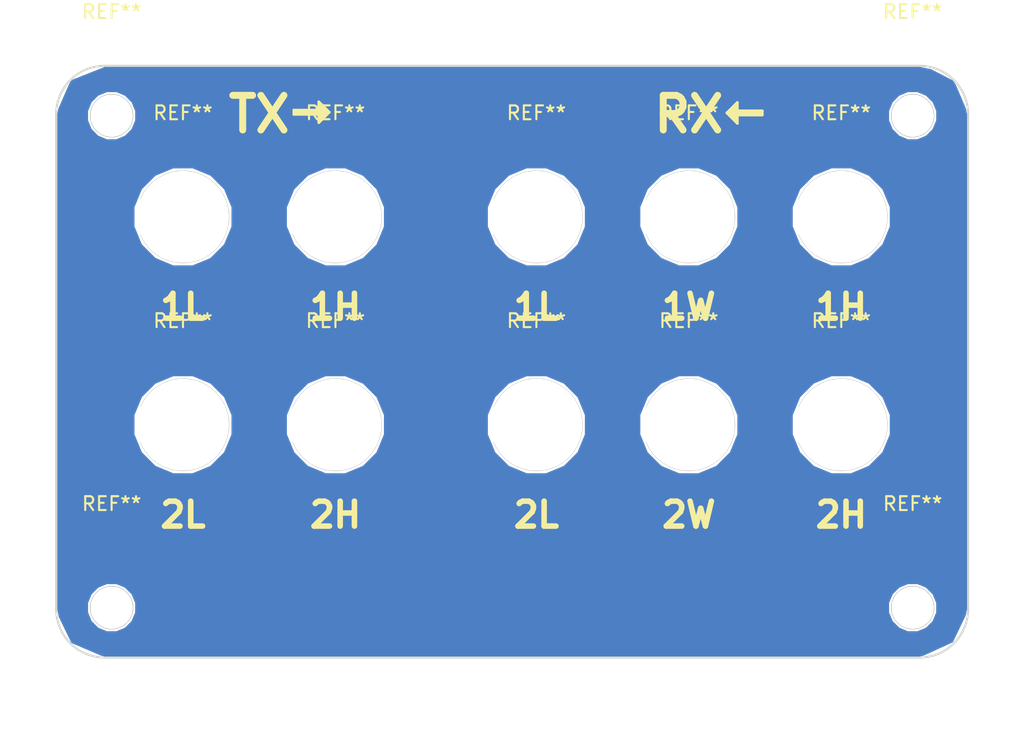
<source format=kicad_pcb>
(kicad_pcb (version 4) (host pcbnew no-bzr-kicad_new3d-viewer)

  (general
    (links 0)
    (no_connects 0)
    (area 96.746429 33.9425 170.953572 87.4925)
    (thickness 1.6)
    (drawings 48)
    (tracks 0)
    (zones 0)
    (modules 25)
    (nets 1)
  )

  (page A4)
  (layers
    (0 F.Cu signal)
    (31 B.Cu signal)
    (32 B.Adhes user)
    (33 F.Adhes user)
    (34 B.Paste user)
    (35 F.Paste user)
    (36 B.SilkS user)
    (37 F.SilkS user)
    (38 B.Mask user)
    (39 F.Mask user)
    (40 Dwgs.User user)
    (41 Cmts.User user)
    (42 Eco1.User user)
    (43 Eco2.User user)
    (44 Edge.Cuts user)
    (45 Margin user)
    (46 B.CrtYd user)
    (47 F.CrtYd user)
    (48 B.Fab user)
    (49 F.Fab user)
  )

  (setup
    (last_trace_width 0.25)
    (trace_clearance 0.2)
    (zone_clearance 0.508)
    (zone_45_only no)
    (trace_min 0.2)
    (segment_width 0.2)
    (edge_width 0.15)
    (via_size 0.6)
    (via_drill 0.4)
    (via_min_size 0.4)
    (via_min_drill 0.3)
    (uvia_size 0.3)
    (uvia_drill 0.1)
    (uvias_allowed no)
    (uvia_min_size 0.2)
    (uvia_min_drill 0.1)
    (pcb_text_width 0.3)
    (pcb_text_size 1.5 1.5)
    (mod_edge_width 0.15)
    (mod_text_size 1 1)
    (mod_text_width 0.15)
    (pad_size 3 3)
    (pad_drill 3)
    (pad_to_mask_clearance 0.2)
    (aux_axis_origin 0 0)
    (visible_elements 7FFFFFFF)
    (pcbplotparams
      (layerselection 0x00030_ffffffff)
      (usegerberextensions false)
      (excludeedgelayer true)
      (linewidth 0.100000)
      (plotframeref false)
      (viasonmask false)
      (mode 1)
      (useauxorigin false)
      (hpglpennumber 1)
      (hpglpenspeed 20)
      (hpglpendiameter 15)
      (psnegative false)
      (psa4output false)
      (plotreference true)
      (plotvalue true)
      (plotinvisibletext false)
      (padsonsilk false)
      (subtractmaskfromsilk false)
      (outputformat 1)
      (mirror false)
      (drillshape 0)
      (scaleselection 1)
      (outputdirectory ""))
  )

  (net 0 "")

  (net_class Default "This is the default net class."
    (clearance 0.2)
    (trace_width 0.25)
    (via_dia 0.6)
    (via_drill 0.4)
    (uvia_dia 0.3)
    (uvia_drill 0.1)
  )

  (module Mounting_Holes:MountingHole_6.5mm (layer F.Cu) (tedit 574497DB) (tstamp 574497EE)
    (at 162.75 42.4)
    (descr "Mounting Hole 6.5mm, no annular")
    (tags "mounting hole 6.5mm no annular")
    (fp_text reference REF** (at 0 -7.5) (layer F.SilkS)
      (effects (font (size 1 1) (thickness 0.15)))
    )
    (fp_text value MountingHole_6.5mm (at 0 7.5) (layer F.Fab)
      (effects (font (size 1 1) (thickness 0.15)))
    )
    (fp_circle (center 0 0) (end 6.5 0) (layer Cmts.User) (width 0.15))
    (fp_circle (center 0 0) (end 6.75 0) (layer F.CrtYd) (width 0.05))
    (pad "" np_thru_hole circle (at 0 0) (size 3 3) (drill 3) (layers *.Cu))
  )

  (module Mounting_Holes:MountingHole_6.5mm (layer F.Cu) (tedit 574497DB) (tstamp 574497E8)
    (at 104.95 42.4)
    (descr "Mounting Hole 6.5mm, no annular")
    (tags "mounting hole 6.5mm no annular")
    (fp_text reference REF** (at 0 -7.5) (layer F.SilkS)
      (effects (font (size 1 1) (thickness 0.15)))
    )
    (fp_text value MountingHole_6.5mm (at 0 7.5) (layer F.Fab)
      (effects (font (size 1 1) (thickness 0.15)))
    )
    (fp_circle (center 0 0) (end 6.5 0) (layer Cmts.User) (width 0.15))
    (fp_circle (center 0 0) (end 6.75 0) (layer F.CrtYd) (width 0.05))
    (pad "" np_thru_hole circle (at 0 0) (size 3 3) (drill 3) (layers *.Cu))
  )

  (module Mounting_Holes:MountingHole_6.5mm (layer F.Cu) (tedit 574497DB) (tstamp 574497E2)
    (at 104.95 77.9)
    (descr "Mounting Hole 6.5mm, no annular")
    (tags "mounting hole 6.5mm no annular")
    (fp_text reference REF** (at 0 -7.5) (layer F.SilkS)
      (effects (font (size 1 1) (thickness 0.15)))
    )
    (fp_text value MountingHole_6.5mm (at 0 7.5) (layer F.Fab)
      (effects (font (size 1 1) (thickness 0.15)))
    )
    (fp_circle (center 0 0) (end 6.5 0) (layer Cmts.User) (width 0.15))
    (fp_circle (center 0 0) (end 6.75 0) (layer F.CrtYd) (width 0.05))
    (pad "" np_thru_hole circle (at 0 0) (size 3 3) (drill 3) (layers *.Cu))
  )

  (module Mounting_Holes:MountingHole_6.5mm (layer F.Cu) (tedit 574497DB) (tstamp 574497CB)
    (at 162.75 77.9)
    (descr "Mounting Hole 6.5mm, no annular")
    (tags "mounting hole 6.5mm no annular")
    (fp_text reference REF** (at 0 -7.5) (layer F.SilkS)
      (effects (font (size 1 1) (thickness 0.15)))
    )
    (fp_text value MountingHole_6.5mm (at 0 7.5) (layer F.Fab)
      (effects (font (size 1 1) (thickness 0.15)))
    )
    (fp_circle (center 0 0) (end 6.5 0) (layer Cmts.User) (width 0.15))
    (fp_circle (center 0 0) (end 6.75 0) (layer F.CrtYd) (width 0.05))
    (pad "" np_thru_hole circle (at 0 0) (size 3 3) (drill 3) (layers *.Cu))
  )

  (module Mounting_Holes:MountingHole_6.5mm (layer F.Cu) (tedit 57449735) (tstamp 5744977B)
    (at 135.6 64.7)
    (descr "Mounting Hole 6.5mm, no annular")
    (tags "mounting hole 6.5mm no annular")
    (fp_text reference REF** (at 0 -7.5) (layer F.SilkS)
      (effects (font (size 1 1) (thickness 0.15)))
    )
    (fp_text value MountingHole_6.5mm (at 0 7.5) (layer F.Fab)
      (effects (font (size 1 1) (thickness 0.15)))
    )
    (fp_circle (center 0 0) (end 6.5 0) (layer Cmts.User) (width 0.15))
    (fp_circle (center 0 0) (end 6.75 0) (layer F.CrtYd) (width 0.05))
    (pad "" np_thru_hole circle (at 0 0) (size 6.6 6.6) (drill 6.6) (layers *.Cu))
  )

  (module Mounting_Holes:MountingHole_6.5mm (layer F.Cu) (tedit 57449735) (tstamp 57449775)
    (at 146.6 64.7)
    (descr "Mounting Hole 6.5mm, no annular")
    (tags "mounting hole 6.5mm no annular")
    (fp_text reference REF** (at 0 -7.5) (layer F.SilkS)
      (effects (font (size 1 1) (thickness 0.15)))
    )
    (fp_text value MountingHole_6.5mm (at 0 7.5) (layer F.Fab)
      (effects (font (size 1 1) (thickness 0.15)))
    )
    (fp_circle (center 0 0) (end 6.5 0) (layer Cmts.User) (width 0.15))
    (fp_circle (center 0 0) (end 6.75 0) (layer F.CrtYd) (width 0.05))
    (pad "" np_thru_hole circle (at 0 0) (size 6.6 6.6) (drill 6.6) (layers *.Cu))
  )

  (module Mounting_Holes:MountingHole_6.5mm (layer F.Cu) (tedit 57449735) (tstamp 5744976F)
    (at 157.6 64.7)
    (descr "Mounting Hole 6.5mm, no annular")
    (tags "mounting hole 6.5mm no annular")
    (fp_text reference REF** (at 0 -7.5) (layer F.SilkS)
      (effects (font (size 1 1) (thickness 0.15)))
    )
    (fp_text value MountingHole_6.5mm (at 0 7.5) (layer F.Fab)
      (effects (font (size 1 1) (thickness 0.15)))
    )
    (fp_circle (center 0 0) (end 6.5 0) (layer Cmts.User) (width 0.15))
    (fp_circle (center 0 0) (end 6.75 0) (layer F.CrtYd) (width 0.05))
    (pad "" np_thru_hole circle (at 0 0) (size 6.6 6.6) (drill 6.6) (layers *.Cu))
  )

  (module Mounting_Holes:MountingHole_6.5mm (layer F.Cu) (tedit 57449735) (tstamp 57449769)
    (at 157.6 49.7)
    (descr "Mounting Hole 6.5mm, no annular")
    (tags "mounting hole 6.5mm no annular")
    (fp_text reference REF** (at 0 -7.5) (layer F.SilkS)
      (effects (font (size 1 1) (thickness 0.15)))
    )
    (fp_text value MountingHole_6.5mm (at 0 7.5) (layer F.Fab)
      (effects (font (size 1 1) (thickness 0.15)))
    )
    (fp_circle (center 0 0) (end 6.5 0) (layer Cmts.User) (width 0.15))
    (fp_circle (center 0 0) (end 6.75 0) (layer F.CrtYd) (width 0.05))
    (pad "" np_thru_hole circle (at 0 0) (size 6.6 6.6) (drill 6.6) (layers *.Cu))
  )

  (module Mounting_Holes:MountingHole_6.5mm (layer F.Cu) (tedit 57449735) (tstamp 57449763)
    (at 146.6 49.7)
    (descr "Mounting Hole 6.5mm, no annular")
    (tags "mounting hole 6.5mm no annular")
    (fp_text reference REF** (at 0 -7.5) (layer F.SilkS)
      (effects (font (size 1 1) (thickness 0.15)))
    )
    (fp_text value MountingHole_6.5mm (at 0 7.5) (layer F.Fab)
      (effects (font (size 1 1) (thickness 0.15)))
    )
    (fp_circle (center 0 0) (end 6.5 0) (layer Cmts.User) (width 0.15))
    (fp_circle (center 0 0) (end 6.75 0) (layer F.CrtYd) (width 0.05))
    (pad "" np_thru_hole circle (at 0 0) (size 6.6 6.6) (drill 6.6) (layers *.Cu))
  )

  (module Mounting_Holes:MountingHole_6.5mm (layer F.Cu) (tedit 57449735) (tstamp 5744975D)
    (at 135.6 49.7)
    (descr "Mounting Hole 6.5mm, no annular")
    (tags "mounting hole 6.5mm no annular")
    (fp_text reference REF** (at 0 -7.5) (layer F.SilkS)
      (effects (font (size 1 1) (thickness 0.15)))
    )
    (fp_text value MountingHole_6.5mm (at 0 7.5) (layer F.Fab)
      (effects (font (size 1 1) (thickness 0.15)))
    )
    (fp_circle (center 0 0) (end 6.5 0) (layer Cmts.User) (width 0.15))
    (fp_circle (center 0 0) (end 6.75 0) (layer F.CrtYd) (width 0.05))
    (pad "" np_thru_hole circle (at 0 0) (size 6.6 6.6) (drill 6.6) (layers *.Cu))
  )

  (module Mounting_Holes:MountingHole_6.5mm (layer F.Cu) (tedit 57449735) (tstamp 57449754)
    (at 121.1 64.7)
    (descr "Mounting Hole 6.5mm, no annular")
    (tags "mounting hole 6.5mm no annular")
    (fp_text reference REF** (at 0 -7.5) (layer F.SilkS)
      (effects (font (size 1 1) (thickness 0.15)))
    )
    (fp_text value MountingHole_6.5mm (at 0 7.5) (layer F.Fab)
      (effects (font (size 1 1) (thickness 0.15)))
    )
    (fp_circle (center 0 0) (end 6.5 0) (layer Cmts.User) (width 0.15))
    (fp_circle (center 0 0) (end 6.75 0) (layer F.CrtYd) (width 0.05))
    (pad "" np_thru_hole circle (at 0 0) (size 6.6 6.6) (drill 6.6) (layers *.Cu))
  )

  (module Mounting_Holes:MountingHole_6.5mm (layer F.Cu) (tedit 57449735) (tstamp 5744974D)
    (at 110.1 64.7)
    (descr "Mounting Hole 6.5mm, no annular")
    (tags "mounting hole 6.5mm no annular")
    (fp_text reference REF** (at 0 -7.5) (layer F.SilkS)
      (effects (font (size 1 1) (thickness 0.15)))
    )
    (fp_text value MountingHole_6.5mm (at 0 7.5) (layer F.Fab)
      (effects (font (size 1 1) (thickness 0.15)))
    )
    (fp_circle (center 0 0) (end 6.5 0) (layer Cmts.User) (width 0.15))
    (fp_circle (center 0 0) (end 6.75 0) (layer F.CrtYd) (width 0.05))
    (pad "" np_thru_hole circle (at 0 0) (size 6.6 6.6) (drill 6.6) (layers *.Cu))
  )

  (module Mounting_Holes:MountingHole_6.5mm (layer F.Cu) (tedit 57449735) (tstamp 5744973F)
    (at 121.1 49.7)
    (descr "Mounting Hole 6.5mm, no annular")
    (tags "mounting hole 6.5mm no annular")
    (fp_text reference REF** (at 0 -7.5) (layer F.SilkS)
      (effects (font (size 1 1) (thickness 0.15)))
    )
    (fp_text value MountingHole_6.5mm (at 0 7.5) (layer F.Fab)
      (effects (font (size 1 1) (thickness 0.15)))
    )
    (fp_circle (center 0 0) (end 6.5 0) (layer Cmts.User) (width 0.15))
    (fp_circle (center 0 0) (end 6.75 0) (layer F.CrtYd) (width 0.05))
    (pad "" np_thru_hole circle (at 0 0) (size 6.6 6.6) (drill 6.6) (layers *.Cu))
  )

  (module Ohišja:1 locked (layer F.Cu) (tedit 57338AA8) (tstamp 5733AE17)
    (at 100.95 81.5)
    (fp_text reference REF** (at 0 4.9) (layer Dwgs.User)
      (effects (font (size 1 1) (thickness 0.15)))
    )
    (fp_text value 1 (at 0 2.8) (layer F.Fab)
      (effects (font (size 1 1) (thickness 0.15)))
    )
    (fp_line (start 4.5 -9.6) (end 3 -8.7) (layer Dwgs.User) (width 0.15))
    (fp_line (start 4.5 -7.9) (end 4.5 -9.6) (layer Dwgs.User) (width 0.15))
    (fp_line (start 61.3 -9.6) (end 62.8 -8.7) (layer Dwgs.User) (width 0.15))
    (fp_line (start 61.3 -7.9) (end 61.3 -9.6) (layer Dwgs.User) (width 0.15))
    (fp_line (start 57 -3) (end 57 -1.8) (layer Dwgs.User) (width 0.15))
    (fp_line (start 58 -3) (end 57 -3) (layer Dwgs.User) (width 0.15))
    (fp_line (start 58 -1.8) (end 58 -3) (layer Dwgs.User) (width 0.15))
    (fp_line (start 60 -1.8) (end 60 -3.3) (layer Dwgs.User) (width 0.15))
    (fp_line (start 3 -7.9) (end 4.5 -7.9) (layer Dwgs.User) (width 0.15))
    (fp_line (start 3 -5.8) (end 4.5 -5.8) (layer Dwgs.User) (width 0.15))
    (fp_circle (center 4 -3.6) (end 5.5 -3.6) (layer Dwgs.User) (width 0.15))
    (fp_line (start 3 -1.8) (end 62.8 -1.8) (layer Dwgs.User) (width 0.15))
    (fp_line (start 62.8 -1.8) (end 62.8 -40.9) (layer Dwgs.User) (width 0.15))
    (fp_line (start 3 -40.9) (end 3 -1.8) (layer Dwgs.User) (width 0.15))
    (fp_arc (start 3.5 -39.2) (end 0 -39.2) (angle 90) (layer Dwgs.User) (width 0.15))
    (fp_arc (start 62.3 -3.5) (end 65.8 -3.5) (angle 90) (layer Dwgs.User) (width 0.15))
    (fp_arc (start 3.5 -3.5) (end 3.5 0) (angle 90) (layer Dwgs.User) (width 0.15))
    (fp_arc (start 62.3 -39.2) (end 62.3 -42.7) (angle 90) (layer Dwgs.User) (width 0.15))
    (fp_line (start 65.8 -39.2) (end 65.8 -3.5) (layer Dwgs.User) (width 0.15))
    (fp_line (start 62.3 0) (end 3.5 0) (layer Dwgs.User) (width 0.15))
    (fp_line (start 0 -3.5) (end 0 -39.2) (layer Dwgs.User) (width 0.15))
    (fp_line (start 3.5 -42.7) (end 62.3 -42.7) (layer Dwgs.User) (width 0.15))
    (fp_circle (center 61.8 -3.6) (end 63.3 -3.6) (layer Dwgs.User) (width 0.15))
    (fp_line (start 3.8 -3.8) (end 4.2 -3.4) (layer Dwgs.User) (width 0.15))
    (fp_line (start 61.6 -3.8) (end 62 -3.4) (layer Dwgs.User) (width 0.15))
    (fp_line (start 62 -3.8) (end 61.6 -3.4) (layer Dwgs.User) (width 0.15))
    (fp_line (start 4.2 -3.8) (end 3.8 -3.4) (layer Dwgs.User) (width 0.15))
    (fp_line (start 3.3 -3.7) (end 3.7 -3.3) (layer Dwgs.User) (width 0.15))
    (fp_line (start 3.7 -3.7) (end 3.3 -3.3) (layer Dwgs.User) (width 0.15))
    (fp_line (start 62.5 -3.7) (end 62.1 -3.3) (layer Dwgs.User) (width 0.15))
    (fp_line (start 62.1 -3.7) (end 62.5 -3.3) (layer Dwgs.User) (width 0.15))
    (fp_line (start 61.3 -5.8) (end 62.8 -5.8) (layer Dwgs.User) (width 0.15))
    (fp_line (start 61.3 -7.9) (end 62.8 -7.9) (layer Dwgs.User) (width 0.15))
    (fp_line (start 5.8 -1.8) (end 5.8 -3.3) (layer Dwgs.User) (width 0.15))
    (fp_line (start 7.8 -1.8) (end 7.8 -3) (layer Dwgs.User) (width 0.15))
    (fp_line (start 7.8 -3) (end 8.8 -3) (layer Dwgs.User) (width 0.15))
    (fp_line (start 8.8 -3) (end 8.8 -1.8) (layer Dwgs.User) (width 0.15))
    (fp_line (start 3.8 -38.9) (end 4.2 -39.3) (layer Dwgs.User) (width 0.15))
    (fp_line (start 4.2 -38.9) (end 3.8 -39.3) (layer Dwgs.User) (width 0.15))
    (fp_line (start 4.5 -36.9) (end 3 -36.9) (layer Dwgs.User) (width 0.15))
    (fp_line (start 4.5 -33.1) (end 3 -34) (layer Dwgs.User) (width 0.15))
    (fp_line (start 4.5 -34.8) (end 3 -34.8) (layer Dwgs.User) (width 0.15))
    (fp_line (start 4.5 -34.8) (end 4.5 -33.1) (layer Dwgs.User) (width 0.15))
    (fp_circle (center 61.8 -39.1) (end 60.3 -39.1) (layer Dwgs.User) (width 0.15))
    (fp_line (start 62.8 -40.9) (end 3 -40.9) (layer Dwgs.User) (width 0.15))
    (fp_line (start 3.3 -39) (end 3.7 -39.4) (layer Dwgs.User) (width 0.15))
    (fp_line (start 5.8 -40.9) (end 5.8 -39.4) (layer Dwgs.User) (width 0.15))
    (fp_line (start 8.8 -39.7) (end 8.8 -40.9) (layer Dwgs.User) (width 0.15))
    (fp_line (start 7.8 -40.9) (end 7.8 -39.7) (layer Dwgs.User) (width 0.15))
    (fp_line (start 7.8 -39.7) (end 8.8 -39.7) (layer Dwgs.User) (width 0.15))
    (fp_line (start 3.7 -39) (end 3.3 -39.4) (layer Dwgs.User) (width 0.15))
    (fp_circle (center 4 -39.1) (end 2.5 -39.1) (layer Dwgs.User) (width 0.15))
    (fp_line (start 62.8 -34.8) (end 61.3 -34.8) (layer Dwgs.User) (width 0.15))
    (fp_line (start 61.3 -33.1) (end 62.8 -34) (layer Dwgs.User) (width 0.15))
    (fp_line (start 61.3 -34.8) (end 61.3 -33.1) (layer Dwgs.User) (width 0.15))
    (fp_line (start 62.8 -36.9) (end 61.3 -36.9) (layer Dwgs.User) (width 0.15))
    (fp_line (start 62.1 -39) (end 62.5 -39.4) (layer Dwgs.User) (width 0.15))
    (fp_line (start 62.5 -39) (end 62.1 -39.4) (layer Dwgs.User) (width 0.15))
    (fp_line (start 61.6 -38.9) (end 62 -39.3) (layer Dwgs.User) (width 0.15))
    (fp_line (start 62 -38.9) (end 61.6 -39.3) (layer Dwgs.User) (width 0.15))
    (fp_line (start 58 -40.9) (end 58 -39.7) (layer Dwgs.User) (width 0.15))
    (fp_line (start 60 -40.9) (end 60 -39.4) (layer Dwgs.User) (width 0.15))
    (fp_line (start 57 -39.7) (end 57 -40.9) (layer Dwgs.User) (width 0.15))
    (fp_line (start 58 -39.7) (end 57 -39.7) (layer Dwgs.User) (width 0.15))
  )

  (module Ohisja:2 (layer F.Cu) (tedit 57339325) (tstamp 5733B0A0)
    (at 157.6 49.7)
    (fp_text reference REF** (at 0 7.7) (layer Dwgs.User)
      (effects (font (size 1 1) (thickness 0.15)))
    )
    (fp_text value 2 (at 0 6.7) (layer F.Fab)
      (effects (font (size 1 1) (thickness 0.15)))
    )
    (fp_arc (start 0 0) (end -3 -1.3) (angle 313.1426144) (layer Edge.Cuts) (width 0.15))
    (fp_line (start -3 -1.3) (end -3 1.3) (layer Edge.Cuts) (width 0.15))
    (fp_circle (center 0 0) (end 7.5 0) (layer Dwgs.User) (width 0.15))
    (fp_line (start 0.2 0.2) (end -0.2 -0.2) (layer Dwgs.User) (width 0.15))
    (fp_line (start -0.2 0.2) (end 0.2 -0.2) (layer Dwgs.User) (width 0.15))
    (fp_line (start 4 2.1) (end 4 -2.1) (layer Dwgs.User) (width 0.15))
    (fp_line (start 0 4.5) (end 4 2.1) (layer Dwgs.User) (width 0.15))
    (fp_line (start -4 2.1) (end 0 4.5) (layer Dwgs.User) (width 0.15))
    (fp_line (start -4 -2.1) (end -4 2.1) (layer Dwgs.User) (width 0.15))
    (fp_line (start 0 -4.5) (end -4 -2.1) (layer Dwgs.User) (width 0.15))
    (fp_line (start 4 -2.1) (end 0 -4.5) (layer Dwgs.User) (width 0.15))
    (fp_circle (center 0 0) (end 4.5 0) (layer Dwgs.User) (width 0.15))
    (fp_circle (center 0 0) (end 3.25 0) (layer Dwgs.User) (width 0.15))
    (model D:/Dropbox/Projekti/Ohisja/sma.wrl
      (at (xyz 0 -0.02559055118110237 -0.1377952755905512))
      (scale (xyz 0.3937 0.3937 0.3937))
      (rotate (xyz 0 0 0))
    )
  )

  (module Ohisja:2 (layer F.Cu) (tedit 57339325) (tstamp 5733B91E)
    (at 135.6 64.7)
    (fp_text reference REF** (at 0 7.7) (layer Dwgs.User)
      (effects (font (size 1 1) (thickness 0.15)))
    )
    (fp_text value 2 (at 0 6.7) (layer F.Fab)
      (effects (font (size 1 1) (thickness 0.15)))
    )
    (fp_arc (start 0 0) (end -3 -1.3) (angle 313.1426144) (layer Edge.Cuts) (width 0.15))
    (fp_line (start -3 -1.3) (end -3 1.3) (layer Edge.Cuts) (width 0.15))
    (fp_circle (center 0 0) (end 7.5 0) (layer Dwgs.User) (width 0.15))
    (fp_line (start 0.2 0.2) (end -0.2 -0.2) (layer Dwgs.User) (width 0.15))
    (fp_line (start -0.2 0.2) (end 0.2 -0.2) (layer Dwgs.User) (width 0.15))
    (fp_line (start 4 2.1) (end 4 -2.1) (layer Dwgs.User) (width 0.15))
    (fp_line (start 0 4.5) (end 4 2.1) (layer Dwgs.User) (width 0.15))
    (fp_line (start -4 2.1) (end 0 4.5) (layer Dwgs.User) (width 0.15))
    (fp_line (start -4 -2.1) (end -4 2.1) (layer Dwgs.User) (width 0.15))
    (fp_line (start 0 -4.5) (end -4 -2.1) (layer Dwgs.User) (width 0.15))
    (fp_line (start 4 -2.1) (end 0 -4.5) (layer Dwgs.User) (width 0.15))
    (fp_circle (center 0 0) (end 4.5 0) (layer Dwgs.User) (width 0.15))
    (fp_circle (center 0 0) (end 3.25 0) (layer Dwgs.User) (width 0.15))
    (model D:/Dropbox/Projekti/Ohisja/sma.wrl
      (at (xyz 0 -0.02559055118110237 -0.1377952755905512))
      (scale (xyz 0.3937 0.3937 0.3937))
      (rotate (xyz 0 0 0))
    )
  )

  (module Ohisja:2 (layer F.Cu) (tedit 57339325) (tstamp 5733B910)
    (at 146.6 64.7)
    (fp_text reference REF** (at 0 7.7) (layer Dwgs.User)
      (effects (font (size 1 1) (thickness 0.15)))
    )
    (fp_text value 2 (at 0 6.7) (layer F.Fab)
      (effects (font (size 1 1) (thickness 0.15)))
    )
    (fp_arc (start 0 0) (end -3 -1.3) (angle 313.1426144) (layer Edge.Cuts) (width 0.15))
    (fp_line (start -3 -1.3) (end -3 1.3) (layer Edge.Cuts) (width 0.15))
    (fp_circle (center 0 0) (end 7.5 0) (layer Dwgs.User) (width 0.15))
    (fp_line (start 0.2 0.2) (end -0.2 -0.2) (layer Dwgs.User) (width 0.15))
    (fp_line (start -0.2 0.2) (end 0.2 -0.2) (layer Dwgs.User) (width 0.15))
    (fp_line (start 4 2.1) (end 4 -2.1) (layer Dwgs.User) (width 0.15))
    (fp_line (start 0 4.5) (end 4 2.1) (layer Dwgs.User) (width 0.15))
    (fp_line (start -4 2.1) (end 0 4.5) (layer Dwgs.User) (width 0.15))
    (fp_line (start -4 -2.1) (end -4 2.1) (layer Dwgs.User) (width 0.15))
    (fp_line (start 0 -4.5) (end -4 -2.1) (layer Dwgs.User) (width 0.15))
    (fp_line (start 4 -2.1) (end 0 -4.5) (layer Dwgs.User) (width 0.15))
    (fp_circle (center 0 0) (end 4.5 0) (layer Dwgs.User) (width 0.15))
    (fp_circle (center 0 0) (end 3.25 0) (layer Dwgs.User) (width 0.15))
    (model D:/Dropbox/Projekti/Ohisja/sma.wrl
      (at (xyz 0 -0.02559055118110237 -0.1377952755905512))
      (scale (xyz 0.3937 0.3937 0.3937))
      (rotate (xyz 0 0 0))
    )
  )

  (module Ohisja:2 (layer F.Cu) (tedit 57339325) (tstamp 5733B902)
    (at 157.6 64.7)
    (fp_text reference REF** (at 0 7.7) (layer Dwgs.User)
      (effects (font (size 1 1) (thickness 0.15)))
    )
    (fp_text value 2 (at 0 6.7) (layer F.Fab)
      (effects (font (size 1 1) (thickness 0.15)))
    )
    (fp_arc (start 0 0) (end -3 -1.3) (angle 313.1426144) (layer Edge.Cuts) (width 0.15))
    (fp_line (start -3 -1.3) (end -3 1.3) (layer Edge.Cuts) (width 0.15))
    (fp_circle (center 0 0) (end 7.5 0) (layer Dwgs.User) (width 0.15))
    (fp_line (start 0.2 0.2) (end -0.2 -0.2) (layer Dwgs.User) (width 0.15))
    (fp_line (start -0.2 0.2) (end 0.2 -0.2) (layer Dwgs.User) (width 0.15))
    (fp_line (start 4 2.1) (end 4 -2.1) (layer Dwgs.User) (width 0.15))
    (fp_line (start 0 4.5) (end 4 2.1) (layer Dwgs.User) (width 0.15))
    (fp_line (start -4 2.1) (end 0 4.5) (layer Dwgs.User) (width 0.15))
    (fp_line (start -4 -2.1) (end -4 2.1) (layer Dwgs.User) (width 0.15))
    (fp_line (start 0 -4.5) (end -4 -2.1) (layer Dwgs.User) (width 0.15))
    (fp_line (start 4 -2.1) (end 0 -4.5) (layer Dwgs.User) (width 0.15))
    (fp_circle (center 0 0) (end 4.5 0) (layer Dwgs.User) (width 0.15))
    (fp_circle (center 0 0) (end 3.25 0) (layer Dwgs.User) (width 0.15))
    (model D:/Dropbox/Projekti/Ohisja/sma.wrl
      (at (xyz 0 -0.02559055118110237 -0.1377952755905512))
      (scale (xyz 0.3937 0.3937 0.3937))
      (rotate (xyz 0 0 0))
    )
  )

  (module Ohisja:2 (layer F.Cu) (tedit 57339325) (tstamp 5733B8F4)
    (at 135.6 49.7)
    (fp_text reference REF** (at 0 7.7) (layer Dwgs.User)
      (effects (font (size 1 1) (thickness 0.15)))
    )
    (fp_text value 2 (at 0 6.7) (layer F.Fab)
      (effects (font (size 1 1) (thickness 0.15)))
    )
    (fp_arc (start 0 0) (end -3 -1.3) (angle 313.1426144) (layer Edge.Cuts) (width 0.15))
    (fp_line (start -3 -1.3) (end -3 1.3) (layer Edge.Cuts) (width 0.15))
    (fp_circle (center 0 0) (end 7.5 0) (layer Dwgs.User) (width 0.15))
    (fp_line (start 0.2 0.2) (end -0.2 -0.2) (layer Dwgs.User) (width 0.15))
    (fp_line (start -0.2 0.2) (end 0.2 -0.2) (layer Dwgs.User) (width 0.15))
    (fp_line (start 4 2.1) (end 4 -2.1) (layer Dwgs.User) (width 0.15))
    (fp_line (start 0 4.5) (end 4 2.1) (layer Dwgs.User) (width 0.15))
    (fp_line (start -4 2.1) (end 0 4.5) (layer Dwgs.User) (width 0.15))
    (fp_line (start -4 -2.1) (end -4 2.1) (layer Dwgs.User) (width 0.15))
    (fp_line (start 0 -4.5) (end -4 -2.1) (layer Dwgs.User) (width 0.15))
    (fp_line (start 4 -2.1) (end 0 -4.5) (layer Dwgs.User) (width 0.15))
    (fp_circle (center 0 0) (end 4.5 0) (layer Dwgs.User) (width 0.15))
    (fp_circle (center 0 0) (end 3.25 0) (layer Dwgs.User) (width 0.15))
    (model D:/Dropbox/Projekti/Ohisja/sma.wrl
      (at (xyz 0 -0.02559055118110237 -0.1377952755905512))
      (scale (xyz 0.3937 0.3937 0.3937))
      (rotate (xyz 0 0 0))
    )
  )

  (module Ohisja:2 (layer F.Cu) (tedit 57339325) (tstamp 5733B8E6)
    (at 146.6 49.7)
    (fp_text reference REF** (at 0 7.7) (layer Dwgs.User)
      (effects (font (size 1 1) (thickness 0.15)))
    )
    (fp_text value 2 (at 0 6.7) (layer F.Fab)
      (effects (font (size 1 1) (thickness 0.15)))
    )
    (fp_arc (start 0 0) (end -3 -1.3) (angle 313.1426144) (layer Edge.Cuts) (width 0.15))
    (fp_line (start -3 -1.3) (end -3 1.3) (layer Edge.Cuts) (width 0.15))
    (fp_circle (center 0 0) (end 7.5 0) (layer Dwgs.User) (width 0.15))
    (fp_line (start 0.2 0.2) (end -0.2 -0.2) (layer Dwgs.User) (width 0.15))
    (fp_line (start -0.2 0.2) (end 0.2 -0.2) (layer Dwgs.User) (width 0.15))
    (fp_line (start 4 2.1) (end 4 -2.1) (layer Dwgs.User) (width 0.15))
    (fp_line (start 0 4.5) (end 4 2.1) (layer Dwgs.User) (width 0.15))
    (fp_line (start -4 2.1) (end 0 4.5) (layer Dwgs.User) (width 0.15))
    (fp_line (start -4 -2.1) (end -4 2.1) (layer Dwgs.User) (width 0.15))
    (fp_line (start 0 -4.5) (end -4 -2.1) (layer Dwgs.User) (width 0.15))
    (fp_line (start 4 -2.1) (end 0 -4.5) (layer Dwgs.User) (width 0.15))
    (fp_circle (center 0 0) (end 4.5 0) (layer Dwgs.User) (width 0.15))
    (fp_circle (center 0 0) (end 3.25 0) (layer Dwgs.User) (width 0.15))
    (model D:/Dropbox/Projekti/Ohisja/sma.wrl
      (at (xyz 0 -0.02559055118110237 -0.1377952755905512))
      (scale (xyz 0.3937 0.3937 0.3937))
      (rotate (xyz 0 0 0))
    )
  )

  (module Ohisja:2 (layer F.Cu) (tedit 57339325) (tstamp 5733B8C7)
    (at 121.1 64.7)
    (fp_text reference REF** (at 0 7.7) (layer Dwgs.User)
      (effects (font (size 1 1) (thickness 0.15)))
    )
    (fp_text value 2 (at 0 6.7) (layer F.Fab)
      (effects (font (size 1 1) (thickness 0.15)))
    )
    (fp_arc (start 0 0) (end -3 -1.3) (angle 313.1426144) (layer Edge.Cuts) (width 0.15))
    (fp_line (start -3 -1.3) (end -3 1.3) (layer Edge.Cuts) (width 0.15))
    (fp_circle (center 0 0) (end 7.5 0) (layer Dwgs.User) (width 0.15))
    (fp_line (start 0.2 0.2) (end -0.2 -0.2) (layer Dwgs.User) (width 0.15))
    (fp_line (start -0.2 0.2) (end 0.2 -0.2) (layer Dwgs.User) (width 0.15))
    (fp_line (start 4 2.1) (end 4 -2.1) (layer Dwgs.User) (width 0.15))
    (fp_line (start 0 4.5) (end 4 2.1) (layer Dwgs.User) (width 0.15))
    (fp_line (start -4 2.1) (end 0 4.5) (layer Dwgs.User) (width 0.15))
    (fp_line (start -4 -2.1) (end -4 2.1) (layer Dwgs.User) (width 0.15))
    (fp_line (start 0 -4.5) (end -4 -2.1) (layer Dwgs.User) (width 0.15))
    (fp_line (start 4 -2.1) (end 0 -4.5) (layer Dwgs.User) (width 0.15))
    (fp_circle (center 0 0) (end 4.5 0) (layer Dwgs.User) (width 0.15))
    (fp_circle (center 0 0) (end 3.25 0) (layer Dwgs.User) (width 0.15))
    (model D:/Dropbox/Projekti/Ohisja/sma.wrl
      (at (xyz 0 -0.02559055118110237 -0.1377952755905512))
      (scale (xyz 0.3937 0.3937 0.3937))
      (rotate (xyz 0 0 0))
    )
  )

  (module Ohisja:2 (layer F.Cu) (tedit 57339325) (tstamp 5733B8B9)
    (at 110.1 64.7)
    (fp_text reference REF** (at 0 7.7) (layer Dwgs.User)
      (effects (font (size 1 1) (thickness 0.15)))
    )
    (fp_text value 2 (at 0 6.7) (layer F.Fab)
      (effects (font (size 1 1) (thickness 0.15)))
    )
    (fp_arc (start 0 0) (end -3 -1.3) (angle 313.1426144) (layer Edge.Cuts) (width 0.15))
    (fp_line (start -3 -1.3) (end -3 1.3) (layer Edge.Cuts) (width 0.15))
    (fp_circle (center 0 0) (end 7.5 0) (layer Dwgs.User) (width 0.15))
    (fp_line (start 0.2 0.2) (end -0.2 -0.2) (layer Dwgs.User) (width 0.15))
    (fp_line (start -0.2 0.2) (end 0.2 -0.2) (layer Dwgs.User) (width 0.15))
    (fp_line (start 4 2.1) (end 4 -2.1) (layer Dwgs.User) (width 0.15))
    (fp_line (start 0 4.5) (end 4 2.1) (layer Dwgs.User) (width 0.15))
    (fp_line (start -4 2.1) (end 0 4.5) (layer Dwgs.User) (width 0.15))
    (fp_line (start -4 -2.1) (end -4 2.1) (layer Dwgs.User) (width 0.15))
    (fp_line (start 0 -4.5) (end -4 -2.1) (layer Dwgs.User) (width 0.15))
    (fp_line (start 4 -2.1) (end 0 -4.5) (layer Dwgs.User) (width 0.15))
    (fp_circle (center 0 0) (end 4.5 0) (layer Dwgs.User) (width 0.15))
    (fp_circle (center 0 0) (end 3.25 0) (layer Dwgs.User) (width 0.15))
    (model D:/Dropbox/Projekti/Ohisja/sma.wrl
      (at (xyz 0 -0.02559055118110237 -0.1377952755905512))
      (scale (xyz 0.3937 0.3937 0.3937))
      (rotate (xyz 0 0 0))
    )
  )

  (module Ohisja:2 (layer F.Cu) (tedit 57339325) (tstamp 5733B8AB)
    (at 121.1 49.7)
    (fp_text reference REF** (at 0 7.7) (layer Dwgs.User)
      (effects (font (size 1 1) (thickness 0.15)))
    )
    (fp_text value 2 (at 0 6.7) (layer F.Fab)
      (effects (font (size 1 1) (thickness 0.15)))
    )
    (fp_arc (start 0 0) (end -3 -1.3) (angle 313.1426144) (layer Edge.Cuts) (width 0.15))
    (fp_line (start -3 -1.3) (end -3 1.3) (layer Edge.Cuts) (width 0.15))
    (fp_circle (center 0 0) (end 7.5 0) (layer Dwgs.User) (width 0.15))
    (fp_line (start 0.2 0.2) (end -0.2 -0.2) (layer Dwgs.User) (width 0.15))
    (fp_line (start -0.2 0.2) (end 0.2 -0.2) (layer Dwgs.User) (width 0.15))
    (fp_line (start 4 2.1) (end 4 -2.1) (layer Dwgs.User) (width 0.15))
    (fp_line (start 0 4.5) (end 4 2.1) (layer Dwgs.User) (width 0.15))
    (fp_line (start -4 2.1) (end 0 4.5) (layer Dwgs.User) (width 0.15))
    (fp_line (start -4 -2.1) (end -4 2.1) (layer Dwgs.User) (width 0.15))
    (fp_line (start 0 -4.5) (end -4 -2.1) (layer Dwgs.User) (width 0.15))
    (fp_line (start 4 -2.1) (end 0 -4.5) (layer Dwgs.User) (width 0.15))
    (fp_circle (center 0 0) (end 4.5 0) (layer Dwgs.User) (width 0.15))
    (fp_circle (center 0 0) (end 3.25 0) (layer Dwgs.User) (width 0.15))
    (model D:/Dropbox/Projekti/Ohisja/sma.wrl
      (at (xyz 0 -0.02559055118110237 -0.1377952755905512))
      (scale (xyz 0.3937 0.3937 0.3937))
      (rotate (xyz 0 0 0))
    )
  )

  (module Ohisja:2 (layer F.Cu) (tedit 57339325) (tstamp 5733B72C)
    (at 110.1 49.7)
    (fp_text reference REF** (at 0 7.7) (layer Dwgs.User)
      (effects (font (size 1 1) (thickness 0.15)))
    )
    (fp_text value 2 (at 0 6.7) (layer F.Fab)
      (effects (font (size 1 1) (thickness 0.15)))
    )
    (fp_arc (start 0 0) (end -3 -1.3) (angle 313.1426144) (layer Edge.Cuts) (width 0.15))
    (fp_line (start -3 -1.3) (end -3 1.3) (layer Edge.Cuts) (width 0.15))
    (fp_circle (center 0 0) (end 7.5 0) (layer Dwgs.User) (width 0.15))
    (fp_line (start 0.2 0.2) (end -0.2 -0.2) (layer Dwgs.User) (width 0.15))
    (fp_line (start -0.2 0.2) (end 0.2 -0.2) (layer Dwgs.User) (width 0.15))
    (fp_line (start 4 2.1) (end 4 -2.1) (layer Dwgs.User) (width 0.15))
    (fp_line (start 0 4.5) (end 4 2.1) (layer Dwgs.User) (width 0.15))
    (fp_line (start -4 2.1) (end 0 4.5) (layer Dwgs.User) (width 0.15))
    (fp_line (start -4 -2.1) (end -4 2.1) (layer Dwgs.User) (width 0.15))
    (fp_line (start 0 -4.5) (end -4 -2.1) (layer Dwgs.User) (width 0.15))
    (fp_line (start 4 -2.1) (end 0 -4.5) (layer Dwgs.User) (width 0.15))
    (fp_circle (center 0 0) (end 4.5 0) (layer Dwgs.User) (width 0.15))
    (fp_circle (center 0 0) (end 3.25 0) (layer Dwgs.User) (width 0.15))
    (model D:/Dropbox/Projekti/Ohisja/sma.wrl
      (at (xyz 0 -0.02559055118110237 -0.1377952755905512))
      (scale (xyz 0.3937 0.3937 0.3937))
      (rotate (xyz 0 0 0))
    )
  )

  (module Mounting_Holes:MountingHole_6.5mm (layer F.Cu) (tedit 57449735) (tstamp 5744970B)
    (at 110.1 49.7)
    (descr "Mounting Hole 6.5mm, no annular")
    (tags "mounting hole 6.5mm no annular")
    (fp_text reference REF** (at 0 -7.5) (layer F.SilkS)
      (effects (font (size 1 1) (thickness 0.15)))
    )
    (fp_text value MountingHole_6.5mm (at 0 7.5) (layer F.Fab)
      (effects (font (size 1 1) (thickness 0.15)))
    )
    (fp_circle (center 0 0) (end 6.5 0) (layer Cmts.User) (width 0.15))
    (fp_circle (center 0 0) (end 6.75 0) (layer F.CrtYd) (width 0.05))
    (pad "" np_thru_hole circle (at 0 0) (size 6.6 6.6) (drill 6.6) (layers *.Cu))
  )

  (gr_line (start 118.1 42.3) (end 119.85 42.3) (layer F.SilkS) (width 0.2) (tstamp 5733A9E0))
  (gr_line (start 118.1 42) (end 118.1 42.3) (layer F.SilkS) (width 0.2) (tstamp 5733A9DF))
  (gr_line (start 119.85 42) (end 118.1 42) (layer F.SilkS) (width 0.2) (tstamp 5733A9DE))
  (gr_line (start 119.9 41.4) (end 119.9 42.9) (layer F.SilkS) (width 0.2) (tstamp 5733A9DD))
  (gr_line (start 118.15 42.15) (end 120.65 42.15) (layer F.SilkS) (width 0.2) (tstamp 5733A9DC))
  (gr_line (start 120.65 42.15) (end 119.9 41.4) (layer F.SilkS) (width 0.2) (tstamp 5733A9DB))
  (gr_line (start 119.9 42.9) (end 120.65 42.15) (layer F.SilkS) (width 0.2) (tstamp 5733A9DA))
  (gr_line (start 120.35 41.95) (end 120.35 42.3) (layer F.SilkS) (width 0.2) (tstamp 5733A9D9))
  (gr_line (start 120.2 42.45) (end 120.2 41.85) (layer F.SilkS) (width 0.2) (tstamp 5733A9D8))
  (gr_line (start 120.05 42.6) (end 120.05 41.75) (layer F.SilkS) (width 0.2) (tstamp 5733A9D7))
  (gr_line (start 151.9 42.05) (end 150.15 42.05) (layer F.SilkS) (width 0.2))
  (gr_line (start 151.9 42.35) (end 151.9 42.05) (layer F.SilkS) (width 0.2))
  (gr_line (start 150.15 42.35) (end 151.9 42.35) (layer F.SilkS) (width 0.2))
  (gr_line (start 149.65 42.4) (end 149.65 42.05) (layer F.SilkS) (width 0.2))
  (gr_line (start 149.8 41.9) (end 149.8 42.5) (layer F.SilkS) (width 0.2))
  (gr_line (start 149.95 41.75) (end 149.95 42.6) (layer F.SilkS) (width 0.2))
  (gr_line (start 151.85 42.2) (end 149.35 42.2) (layer F.SilkS) (width 0.2) (tstamp 5733A89D))
  (gr_line (start 150.1 42.95) (end 150.1 41.45) (layer F.SilkS) (width 0.2) (tstamp 5733A89C))
  (gr_line (start 149.35 42.2) (end 150.1 42.95) (layer F.SilkS) (width 0.2) (tstamp 5733A89B))
  (gr_line (start 150.1 41.45) (end 149.35 42.2) (layer F.SilkS) (width 0.2) (tstamp 5733A89A))
  (gr_text RX (at 146.6 42.3) (layer F.SilkS) (tstamp 5733BDF8)
    (effects (font (size 2.5 2.5) (thickness 0.5)))
  )
  (gr_text TX (at 115.6 42.3) (layer F.SilkS) (tstamp 5733BDEA)
    (effects (font (size 2.5 2.5) (thickness 0.5)))
  )
  (gr_text 2L (at 135.6 71.2) (layer F.SilkS) (tstamp 5733BDD5)
    (effects (font (size 1.8 1.8) (thickness 0.4)))
  )
  (gr_text 2W (at 146.6 71.2) (layer F.SilkS) (tstamp 5733BDD4)
    (effects (font (size 1.8 1.8) (thickness 0.4)))
  )
  (gr_text 2H (at 157.6 71.2) (layer F.SilkS) (tstamp 5733BDD3)
    (effects (font (size 1.8 1.8) (thickness 0.4)))
  )
  (gr_text 1L (at 135.6 56.2) (layer F.SilkS) (tstamp 5733BDD2)
    (effects (font (size 1.8 1.8) (thickness 0.4)))
  )
  (gr_text 1W (at 146.6 56.2) (layer F.SilkS) (tstamp 5733BDD1)
    (effects (font (size 1.8 1.8) (thickness 0.4)))
  )
  (gr_text 1H (at 157.6 56.2) (layer F.SilkS) (tstamp 5733BDCD)
    (effects (font (size 1.8 1.8) (thickness 0.4)))
  )
  (gr_text "2H\n" (at 121.1 71.2) (layer F.SilkS) (tstamp 5733BD95)
    (effects (font (size 1.8 1.8) (thickness 0.4)))
  )
  (gr_text 2L (at 110.1 71.2) (layer F.SilkS) (tstamp 5733BD94)
    (effects (font (size 1.8 1.8) (thickness 0.4)))
  )
  (gr_text 1H (at 121.1 56.2) (layer F.SilkS) (tstamp 5733BD93)
    (effects (font (size 1.8 1.8) (thickness 0.4)))
  )
  (gr_text 1L (at 110.1 56.2) (layer F.SilkS)
    (effects (font (size 1.8 1.8) (thickness 0.4)))
  )
  (gr_circle (center 104.95 77.9) (end 106.45 77.9) (layer Edge.Cuts) (width 0.15))
  (gr_circle (center 104.95 42.4) (end 106.45 42.4) (layer Edge.Cuts) (width 0.15))
  (gr_circle (center 162.75 42.4) (end 164.25 42.4) (layer Edge.Cuts) (width 0.15))
  (gr_circle (center 162.75 77.9) (end 164.25 77.9) (layer Edge.Cuts) (width 0.15))
  (gr_line (start 100.95 78) (end 100.95 42.3) (layer Edge.Cuts) (width 0.15))
  (gr_line (start 163.25 81.5) (end 104.45 81.5) (layer Edge.Cuts) (width 0.15))
  (gr_line (start 166.75 42.3) (end 166.75 78) (layer Edge.Cuts) (width 0.15))
  (gr_line (start 104.45 38.8) (end 163.25 38.8) (layer Edge.Cuts) (width 0.15))
  (gr_arc (start 104.45 42.3) (end 100.95 42.3) (angle 90) (layer Edge.Cuts) (width 0.15))
  (gr_arc (start 104.45 78) (end 104.45 81.5) (angle 90) (layer Edge.Cuts) (width 0.15))
  (gr_arc (start 163.25 78) (end 166.75 78) (angle 90) (layer Edge.Cuts) (width 0.15))
  (gr_arc (start 163.25 42.3) (end 163.25 38.8) (angle 90) (layer Edge.Cuts) (width 0.15))
  (gr_line (start 104 73.95) (end 104 75.55) (layer Dwgs.User) (width 0.2))
  (gr_line (start 163.8 73.95) (end 104 73.95) (layer Dwgs.User) (width 0.2))
  (gr_line (start 163.8 75.55) (end 163.8 73.95) (layer Dwgs.User) (width 0.2))
  (gr_line (start 104 75.55) (end 163.8 75.55) (layer Dwgs.User) (width 0.2))

  (zone (net 0) (net_name "") (layer B.Cu) (tstamp 0) (hatch edge 0.508)
    (connect_pads no (clearance 0))
    (min_thickness 0.254)
    (fill yes (arc_segments 16) (thermal_gap 0) (thermal_bridge_width 0))
    (polygon
      (pts
        (xy 102.05 80.45) (xy 100.95 78.181213) (xy 100.95 42.25) (xy 102 39.85) (xy 104.65 38.8)
        (xy 163.6 38.8) (xy 165.75 39.9) (xy 166.75 42.25) (xy 166.75 78.114844) (xy 165.65 80.4)
        (xy 163.233913 81.5) (xy 104.51159 81.5)
      )
    )
    (filled_polygon
      (pts
        (xy 164.025052 39.160126) (xy 165.480429 39.904737) (xy 165.57924 39.97076) (xy 165.752311 40.229779) (xy 166.465736 41.906329)
        (xy 166.548 42.319897) (xy 166.548 77.980103) (xy 166.459329 78.425881) (xy 165.555517 80.303474) (xy 163.480494 81.248194)
        (xy 163.230103 81.298) (xy 104.469897 81.298) (xy 104.267192 81.257679) (xy 102.174028 80.364832) (xy 102.13826 80.340933)
        (xy 101.262172 78.533972) (xy 101.208037 78.261818) (xy 103.122684 78.261818) (xy 103.400242 78.93356) (xy 103.913736 79.447952)
        (xy 104.584993 79.726682) (xy 105.311818 79.727316) (xy 105.98356 79.449758) (xy 106.497952 78.936264) (xy 106.776682 78.265007)
        (xy 106.776684 78.261818) (xy 160.922684 78.261818) (xy 161.200242 78.93356) (xy 161.713736 79.447952) (xy 162.384993 79.726682)
        (xy 163.111818 79.727316) (xy 163.78356 79.449758) (xy 164.297952 78.936264) (xy 164.576682 78.265007) (xy 164.577316 77.538182)
        (xy 164.299758 76.86644) (xy 163.786264 76.352048) (xy 163.115007 76.073318) (xy 162.388182 76.072684) (xy 161.71644 76.350242)
        (xy 161.202048 76.863736) (xy 160.923318 77.534993) (xy 160.922684 78.261818) (xy 106.776684 78.261818) (xy 106.777316 77.538182)
        (xy 106.499758 76.86644) (xy 105.986264 76.352048) (xy 105.315007 76.073318) (xy 104.588182 76.072684) (xy 103.91644 76.350242)
        (xy 103.402048 76.863736) (xy 103.123318 77.534993) (xy 103.122684 78.261818) (xy 101.208037 78.261818) (xy 101.152 77.980103)
        (xy 101.152 65.41829) (xy 106.472372 65.41829) (xy 107.023386 66.751846) (xy 108.042787 67.773028) (xy 109.37538 68.326369)
        (xy 110.81829 68.327628) (xy 112.151846 67.776614) (xy 113.173028 66.757213) (xy 113.726369 65.42462) (xy 113.726374 65.41829)
        (xy 117.472372 65.41829) (xy 118.023386 66.751846) (xy 119.042787 67.773028) (xy 120.37538 68.326369) (xy 121.81829 68.327628)
        (xy 123.151846 67.776614) (xy 124.173028 66.757213) (xy 124.726369 65.42462) (xy 124.726374 65.41829) (xy 131.972372 65.41829)
        (xy 132.523386 66.751846) (xy 133.542787 67.773028) (xy 134.87538 68.326369) (xy 136.31829 68.327628) (xy 137.651846 67.776614)
        (xy 138.673028 66.757213) (xy 139.226369 65.42462) (xy 139.226374 65.41829) (xy 142.972372 65.41829) (xy 143.523386 66.751846)
        (xy 144.542787 67.773028) (xy 145.87538 68.326369) (xy 147.31829 68.327628) (xy 148.651846 67.776614) (xy 149.673028 66.757213)
        (xy 150.226369 65.42462) (xy 150.226374 65.41829) (xy 153.972372 65.41829) (xy 154.523386 66.751846) (xy 155.542787 67.773028)
        (xy 156.87538 68.326369) (xy 158.31829 68.327628) (xy 159.651846 67.776614) (xy 160.673028 66.757213) (xy 161.226369 65.42462)
        (xy 161.227628 63.98171) (xy 160.676614 62.648154) (xy 159.657213 61.626972) (xy 158.32462 61.073631) (xy 156.88171 61.072372)
        (xy 155.548154 61.623386) (xy 154.526972 62.642787) (xy 153.973631 63.97538) (xy 153.972372 65.41829) (xy 150.226374 65.41829)
        (xy 150.227628 63.98171) (xy 149.676614 62.648154) (xy 148.657213 61.626972) (xy 147.32462 61.073631) (xy 145.88171 61.072372)
        (xy 144.548154 61.623386) (xy 143.526972 62.642787) (xy 142.973631 63.97538) (xy 142.972372 65.41829) (xy 139.226374 65.41829)
        (xy 139.227628 63.98171) (xy 138.676614 62.648154) (xy 137.657213 61.626972) (xy 136.32462 61.073631) (xy 134.88171 61.072372)
        (xy 133.548154 61.623386) (xy 132.526972 62.642787) (xy 131.973631 63.97538) (xy 131.972372 65.41829) (xy 124.726374 65.41829)
        (xy 124.727628 63.98171) (xy 124.176614 62.648154) (xy 123.157213 61.626972) (xy 121.82462 61.073631) (xy 120.38171 61.072372)
        (xy 119.048154 61.623386) (xy 118.026972 62.642787) (xy 117.473631 63.97538) (xy 117.472372 65.41829) (xy 113.726374 65.41829)
        (xy 113.727628 63.98171) (xy 113.176614 62.648154) (xy 112.157213 61.626972) (xy 110.82462 61.073631) (xy 109.38171 61.072372)
        (xy 108.048154 61.623386) (xy 107.026972 62.642787) (xy 106.473631 63.97538) (xy 106.472372 65.41829) (xy 101.152 65.41829)
        (xy 101.152 50.41829) (xy 106.472372 50.41829) (xy 107.023386 51.751846) (xy 108.042787 52.773028) (xy 109.37538 53.326369)
        (xy 110.81829 53.327628) (xy 112.151846 52.776614) (xy 113.173028 51.757213) (xy 113.726369 50.42462) (xy 113.726374 50.41829)
        (xy 117.472372 50.41829) (xy 118.023386 51.751846) (xy 119.042787 52.773028) (xy 120.37538 53.326369) (xy 121.81829 53.327628)
        (xy 123.151846 52.776614) (xy 124.173028 51.757213) (xy 124.726369 50.42462) (xy 124.726374 50.41829) (xy 131.972372 50.41829)
        (xy 132.523386 51.751846) (xy 133.542787 52.773028) (xy 134.87538 53.326369) (xy 136.31829 53.327628) (xy 137.651846 52.776614)
        (xy 138.673028 51.757213) (xy 139.226369 50.42462) (xy 139.226374 50.41829) (xy 142.972372 50.41829) (xy 143.523386 51.751846)
        (xy 144.542787 52.773028) (xy 145.87538 53.326369) (xy 147.31829 53.327628) (xy 148.651846 52.776614) (xy 149.673028 51.757213)
        (xy 150.226369 50.42462) (xy 150.226374 50.41829) (xy 153.972372 50.41829) (xy 154.523386 51.751846) (xy 155.542787 52.773028)
        (xy 156.87538 53.326369) (xy 158.31829 53.327628) (xy 159.651846 52.776614) (xy 160.673028 51.757213) (xy 161.226369 50.42462)
        (xy 161.227628 48.98171) (xy 160.676614 47.648154) (xy 159.657213 46.626972) (xy 158.32462 46.073631) (xy 156.88171 46.072372)
        (xy 155.548154 46.623386) (xy 154.526972 47.642787) (xy 153.973631 48.97538) (xy 153.972372 50.41829) (xy 150.226374 50.41829)
        (xy 150.227628 48.98171) (xy 149.676614 47.648154) (xy 148.657213 46.626972) (xy 147.32462 46.073631) (xy 145.88171 46.072372)
        (xy 144.548154 46.623386) (xy 143.526972 47.642787) (xy 142.973631 48.97538) (xy 142.972372 50.41829) (xy 139.226374 50.41829)
        (xy 139.227628 48.98171) (xy 138.676614 47.648154) (xy 137.657213 46.626972) (xy 136.32462 46.073631) (xy 134.88171 46.072372)
        (xy 133.548154 46.623386) (xy 132.526972 47.642787) (xy 131.973631 48.97538) (xy 131.972372 50.41829) (xy 124.726374 50.41829)
        (xy 124.727628 48.98171) (xy 124.176614 47.648154) (xy 123.157213 46.626972) (xy 121.82462 46.073631) (xy 120.38171 46.072372)
        (xy 119.048154 46.623386) (xy 118.026972 47.642787) (xy 117.473631 48.97538) (xy 117.472372 50.41829) (xy 113.726374 50.41829)
        (xy 113.727628 48.98171) (xy 113.176614 47.648154) (xy 112.157213 46.626972) (xy 110.82462 46.073631) (xy 109.38171 46.072372)
        (xy 108.048154 46.623386) (xy 107.026972 47.642787) (xy 106.473631 48.97538) (xy 106.472372 50.41829) (xy 101.152 50.41829)
        (xy 101.152 42.761818) (xy 103.122684 42.761818) (xy 103.400242 43.43356) (xy 103.913736 43.947952) (xy 104.584993 44.226682)
        (xy 105.311818 44.227316) (xy 105.98356 43.949758) (xy 106.497952 43.436264) (xy 106.776682 42.765007) (xy 106.776684 42.761818)
        (xy 160.922684 42.761818) (xy 161.200242 43.43356) (xy 161.713736 43.947952) (xy 162.384993 44.226682) (xy 163.111818 44.227316)
        (xy 163.78356 43.949758) (xy 164.297952 43.436264) (xy 164.576682 42.765007) (xy 164.577316 42.038182) (xy 164.299758 41.36644)
        (xy 163.786264 40.852048) (xy 163.115007 40.573318) (xy 162.388182 40.572684) (xy 161.71644 40.850242) (xy 161.202048 41.363736)
        (xy 160.923318 42.034993) (xy 160.922684 42.761818) (xy 106.776684 42.761818) (xy 106.777316 42.038182) (xy 106.499758 41.36644)
        (xy 105.986264 40.852048) (xy 105.315007 40.573318) (xy 104.588182 40.572684) (xy 103.91644 40.850242) (xy 103.402048 41.363736)
        (xy 103.123318 42.034993) (xy 103.122684 42.761818) (xy 101.152 42.761818) (xy 101.152 42.319897) (xy 101.230333 41.92609)
        (xy 102.019468 40.122355) (xy 102.12076 39.97076) (xy 102.238434 39.892133) (xy 104.484958 39.002) (xy 163.230103 39.002)
      )
    )
  )
)

</source>
